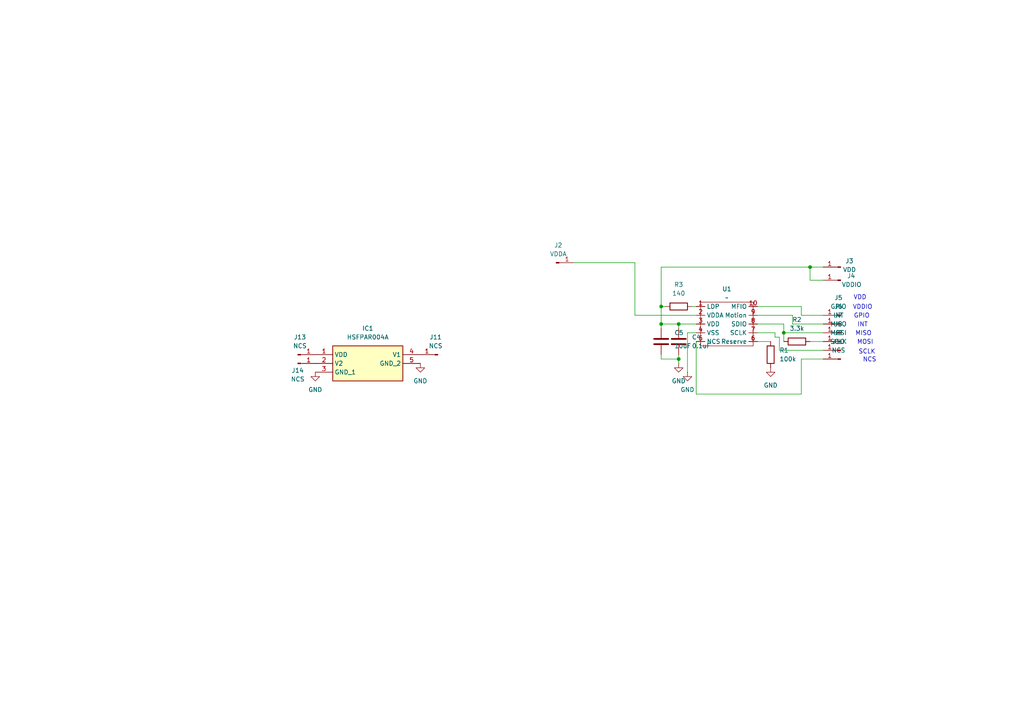
<source format=kicad_sch>
(kicad_sch (version 20231120) (generator "eeschema") (generator_version "8.0")
  (paper "A4")
  (lib_symbols
    (symbol "Connector:Conn_01x01_Pin" (pin_names (offset 1.016) hide)
      (property "Reference" "J" (at 0 2.54 0))
      (property "Value" "Conn_01x01_Pin" (at 0 -2.54 0))
      (symbol "Conn_01x01_Pin_1_1"
        (polyline (pts (xy 1.27 0) (xy 0.8636 0)) (stroke (width 0.1524)))
        (rectangle (start 0.8636 0.127) (end 0 -0.127) (stroke (width 0.1524)) (fill (type outline)))
        (pin passive line (at 5.08 0 180) (length 3.81) (name "Pin_1") (number "1"))
      )
    )
    (symbol "Device:C" (pin_numbers hide) (pin_names (offset 0.254))
      (property "Reference" "C" (at 0.635 2.54 0))
      (property "Value" "C" (at 0.635 -2.54 0))
      (symbol "C_0_1"
        (polyline (pts (xy -2.032 -0.762) (xy 2.032 -0.762)) (stroke (width 0.508)))
        (polyline (pts (xy -2.032 0.762) (xy 2.032 0.762)) (stroke (width 0.508)))
      )
      (symbol "C_1_1"
        (pin passive line (at 0 3.81 270) (length 2.794) (name "~") (number "1"))
        (pin passive line (at 0 -3.81 90) (length 2.794) (name "~") (number "2"))
      )
    )
    (symbol "Device:R" (pin_numbers hide) (pin_names (offset 0))
      (property "Reference" "R" (at 2.032 0 90))
      (property "Value" "R" (at 0 0 90))
      (symbol "R_0_1"
        (rectangle (start -1.016 -2.54) (end 1.016 2.54) (stroke (width 0.254)))
      )
      (symbol "R_1_1"
        (pin passive line (at 0 3.81 270) (length 1.27) (name "~") (number "1"))
        (pin passive line (at 0 -3.81 90) (length 1.27) (name "~") (number "2"))
      )
    )
    (symbol "New_Library:HSFPAR004A"
      (property "Reference" "IC" (at 26.67 7.62 0))
      (property "Value" "HSFPAR004A" (at 26.67 5.08 0))
      (symbol "HSFPAR004A_1_1"
        (rectangle (start 5.08 2.54) (end 25.4 -7.62) (stroke (width 0.254)) (fill (type background)))
        (pin passive line (at 0 0 0) (length 5.08) (name "VDD") (number "1"))
        (pin passive line (at 0 -2.54 0) (length 5.08) (name "V2") (number "2"))
        (pin passive line (at 0 -5.08 0) (length 5.08) (name "GND_1") (number "3"))
        (pin passive line (at 30.48 0 180) (length 5.08) (name "V1") (number "4"))
        (pin passive line (at 30.48 -2.54 180) (length 5.08) (name "GND_2") (number "5"))
      )
    )
    (symbol "New_Library:Optical_Sensor"
      (property "Reference" "U" (at 0 0 0))
      (symbol "Optical_Sensor_0_1"
        (polyline (pts (xy -35.56 19.05) (xy -20.32 19.05) (xy -20.32 6.35) (xy -35.56 6.35) (xy -35.56 7.62) (xy -35.56 19.05)))
      )
      (symbol "Optical_Sensor_1_1"
        (pin input line (at -36.83 17.78 0) (length 2.54) (name "LDP") (number "1"))
        (pin input line (at -19.05 17.78 180) (length 2.54) (name "MFIO") (number "10"))
        (pin input line (at -36.83 15.24 0) (length 2.54) (name "VDDA") (number "2"))
        (pin input line (at -36.83 12.7 0) (length 2.54) (name "VDD") (number "3"))
        (pin input line (at -36.83 10.16 0) (length 2.54) (name "VSS") (number "4"))
        (pin input line (at -36.83 7.62 0) (length 2.54) (name "NCS") (number "5"))
        (pin input line (at -19.05 7.62 180) (length 2.54) (name "Reserve") (number "6"))
        (pin input line (at -19.05 10.16 180) (length 2.54) (name "SCLK") (number "7"))
        (pin input line (at -19.05 12.7 180) (length 2.54) (name "SDIO") (number "8"))
        (pin output line (at -19.05 15.24 180) (length 2.54) (name "Motion") (number "9"))
      )
    )
    (symbol "power:GND" (power) (pin_numbers hide) (pin_names (offset 0) hide)
      (property "Value" "GND" (at 0 -3.81 0))
      (symbol "GND_0_1"
        (polyline (pts (xy 0 0) (xy 0 -1.27) (xy 1.27 -1.27) (xy 0 -2.54) (xy -1.27 -1.27) (xy 0 -1.27)))
      )
      (symbol "GND_1_1"
        (pin power_in line (at 0 0 270) (length 0) (name "~") (number "1"))
      )
    )
  )
  (junction (at 234.95 77.47))
  (junction (at 196.85 93.98))
  (junction (at 191.77 88.9))
  (junction (at 191.77 93.98))
  (junction (at 196.85 104.14))
  (junction (at 227.33 96.52))
  (wire (pts (xy 234.95 77.47) (xy 191.77 77.47)))
  (wire (pts (xy 184.15 91.44) (xy 184.15 76.2)))
  (wire (pts (xy 232.41 104.14) (xy 238.76 104.14)))
  (wire (pts (xy 227.33 96.52) (xy 227.33 99.06)))
  (wire (pts (xy 238.76 99.06) (xy 234.95 99.06)))
  (wire (pts (xy 196.85 104.14) (xy 196.85 102.87)))
  (wire (pts (xy 196.85 93.98) (xy 191.77 93.98)))
  (wire (pts (xy 227.33 96.52) (xy 238.76 96.52)))
  (wire (pts (xy 191.77 104.14) (xy 196.85 104.14)))
  (wire (pts (xy 191.77 88.9) (xy 193.04 88.9)))
  (wire (pts (xy 232.41 91.44) (xy 238.76 91.44)))
  (wire (pts (xy 196.85 104.14) (xy 196.85 105.41)))
  (wire (pts (xy 219.71 96.52) (xy 224.79 96.52)))
  (wire (pts (xy 238.76 101.6) (xy 226.06 101.6)))
  (wire (pts (xy 219.71 91.44) (xy 229.87 91.44)))
  (wire (pts (xy 199.39 96.52) (xy 199.39 107.95)))
  (wire (pts (xy 201.93 114.3) (xy 232.41 114.3)))
  (wire (pts (xy 184.15 76.2) (xy 166.37 76.2)))
  (wire (pts (xy 227.33 93.98) (xy 227.33 96.52)))
  (wire (pts (xy 191.77 93.98) (xy 191.77 88.9)))
  (wire (pts (xy 229.87 93.98) (xy 238.76 93.98)))
  (wire (pts (xy 201.93 93.98) (xy 196.85 93.98)))
  (wire (pts (xy 219.71 93.98) (xy 227.33 93.98)))
  (wire (pts (xy 201.93 99.06) (xy 201.93 114.3)))
  (wire (pts (xy 234.95 77.47) (xy 234.95 81.28)))
  (wire (pts (xy 191.77 104.14) (xy 191.77 102.87)))
  (wire (pts (xy 226.06 101.6) (xy 226.06 97.79)))
  (wire (pts (xy 232.41 88.9) (xy 219.71 88.9)))
  (wire (pts (xy 200.66 88.9) (xy 201.93 88.9)))
  (wire (pts (xy 196.85 93.98) (xy 196.85 95.25)))
  (wire (pts (xy 191.77 77.47) (xy 191.77 88.9)))
  (wire (pts (xy 232.41 91.44) (xy 232.41 88.9)))
  (wire (pts (xy 226.06 97.79) (xy 224.79 97.79)))
  (wire (pts (xy 219.71 99.06) (xy 223.52 99.06)))
  (wire (pts (xy 191.77 93.98) (xy 191.77 95.25)))
  (wire (pts (xy 201.93 96.52) (xy 199.39 96.52)))
  (wire (pts (xy 224.79 97.79) (xy 224.79 96.52)))
  (wire (pts (xy 229.87 91.44) (xy 229.87 93.98)))
  (wire (pts (xy 238.76 77.47) (xy 234.95 77.47)))
  (wire (pts (xy 201.93 91.44) (xy 184.15 91.44)))
  (wire (pts (xy 232.41 114.3) (xy 232.41 104.14)))
  (wire (pts (xy 234.95 81.28) (xy 238.76 81.28)))
  (text "SCLK" (at 251.46 102.108 0) (effects (font (size 1.27 1.27))))
  (text "MISO" (at 250.444 96.774 0) (effects (font (size 1.27 1.27))))
  (text "INT" (at 250.19 94.234 0) (effects (font (size 1.27 1.27))))
  (text "VDD" (at 249.428 86.36 0) (effects (font (size 1.27 1.27))))
  (text "MOSI" (at 250.952 99.314 0) (effects (font (size 1.27 1.27))))
  (text "NCS" (at 252.222 104.394 0) (effects (font (size 1.27 1.27))))
  (text "VDDIO\n" (at 250.19 89.154 0) (effects (font (size 1.27 1.27))))
  (text "GPIO" (at 249.936 91.694 0) (effects (font (size 1.27 1.27))))
  (symbol (lib_id "Connector:Conn_01x01_Pin") (at 243.84 81.28 180) (unit 1)
    (property "Reference" "J4" (at 246.888 80.01 0))
    (property "Value" "VDDIO" (at 247.015 82.55 0))
    (property "Footprint" "Connector_PinHeader_1.00mm:PinHeader_1x01_P1.00mm_Vertical" (effects (hide yes)))
    (property "Description" "Generic connector, single row, 01x01, script generated" (effects (hide yes)))
  )
  (symbol (lib_id "New_Library:HSFPAR004A") (at 91.44 102.87 0) (unit 1)
    (property "Reference" "IC1" (at 106.68 95.25 0))
    (property "Value" "HSFPAR004A" (at 106.68 97.79 0))
    (property "Footprint" "Library:HSFPAR004A" (effects (hide yes)))
    (property "Description" "Resistive Force Sensor 0.82kgf (1.8lbs)" (effects (hide yes)))
    (property "Height" "0.66" (effects (hide yes)))
    (property "Mouser Part Number" "688-HSFPAR004A" (effects (hide yes)))
    (property "Mouser Price/Stock" "https://www.mouser.co.uk/ProductDetail/Alps-Alpine/HSFPAR004A?qs=XeJtXLiO41SKORml6bvmQg%3D%3D" (effects (hide yes)))
    (property "Manufacturer_Name" "ALPS Electric" (effects (hide yes)))
    (property "Manufacturer_Part_Number" "HSFPAR004A" (effects (hide yes)))
  )
  (symbol (lib_id "Connector:Conn_01x01_Pin") (at 243.84 101.6 180) (unit 1)
    (property "Reference" "J9" (at 243.205 96.52 0))
    (property "Value" "SCLK" (at 243.205 99.06 0))
    (property "Footprint" "Connector_PinHeader_1.00mm:PinHeader_1x01_P1.00mm_Vertical" (effects (hide yes)))
    (property "Description" "Generic connector, single row, 01x01, script generated" (effects (hide yes)))
  )
  (symbol (lib_id "New_Library:Optical_Sensor") (at 238.76 106.68 0) (unit 1)
    (property "Reference" "U1" (at 210.82 83.82 0))
    (property "Value" "~" (at 210.82 86.36 0))
    (property "Footprint" "Library:Optical_Sensor" (effects (hide yes)))
  )
  (symbol (lib_id "Connector:Conn_01x01_Pin") (at 86.36 102.87 0) (unit 1)
    (property "Reference" "J13" (at 86.995 97.79 0))
    (property "Value" "NCS" (at 86.995 100.33 0))
    (property "Footprint" "Connector_PinHeader_1.00mm:PinHeader_1x01_P1.00mm_Vertical" (effects (hide yes)))
    (property "Description" "Generic connector, single row, 01x01, script generated" (effects (hide yes)))
  )
  (symbol (lib_id "Device:C") (at 191.77 99.06 0) (unit 1)
    (property "Reference" "C5" (at 195.58 96.5199 0) (effects (justify left)))
    (property "Value" "10uF" (at 195.58 100.3299 0) (effects (justify left)))
    (property "Footprint" "Library:CAP_CL21_SAM" (effects (hide yes)))
    (property "Description" "Unpolarized capacitor" (effects (hide yes)))
  )
  (symbol (lib_id "Connector:Conn_01x01_Pin") (at 243.84 91.44 180) (unit 1)
    (property "Reference" "J5" (at 243.205 86.36 0))
    (property "Value" "GPIO" (at 243.205 88.9 0))
    (property "Footprint" "Connector_PinHeader_1.00mm:PinHeader_1x01_P1.00mm_Vertical" (effects (hide yes)))
    (property "Description" "Generic connector, single row, 01x01, script generated" (effects (hide yes)))
  )
  (symbol (lib_id "Connector:Conn_01x01_Pin") (at 243.84 99.06 180) (unit 1)
    (property "Reference" "J8" (at 243.205 93.98 0))
    (property "Value" "MOSI" (at 243.205 96.52 0))
    (property "Footprint" "Connector_PinHeader_1.00mm:PinHeader_1x01_P1.00mm_Vertical" (effects (hide yes)))
    (property "Description" "Generic connector, single row, 01x01, script generated" (effects (hide yes)))
  )
  (symbol (lib_id "Connector:Conn_01x01_Pin") (at 243.84 96.52 180) (unit 1)
    (property "Reference" "J7" (at 243.205 91.44 0))
    (property "Value" "MISO" (at 243.205 93.98 0))
    (property "Footprint" "Connector_PinHeader_1.00mm:PinHeader_1x01_P1.00mm_Vertical" (effects (hide yes)))
    (property "Description" "Generic connector, single row, 01x01, script generated" (effects (hide yes)))
  )
  (symbol (lib_id "power:GND") (at 199.39 107.95 0) (unit 1)
    (property "Reference" "#PWR06" (effects (hide yes)))
    (property "Value" "GND" (at 199.39 113.03 0))
    (property "Description" "Power symbol creates a global label with name \"GND\" , ground" (effects (hide yes)))
  )
  (symbol (lib_id "Device:C") (at 196.85 99.06 0) (unit 1)
    (property "Reference" "C4" (at 200.66 97.7899 0) (effects (justify left)))
    (property "Value" "0.1uF" (at 200.66 100.3299 0) (effects (justify left)))
    (property "Footprint" "Library:CAP_CL05_SAM" (effects (hide yes)))
    (property "Description" "Unpolarized capacitor" (effects (hide yes)))
  )
  (symbol (lib_id "Device:R") (at 223.52 102.87 0) (unit 1)
    (property "Reference" "R1" (at 226.06 101.5999 0) (effects (justify left)))
    (property "Value" "100k" (at 226.06 104.1399 0) (effects (justify left)))
    (property "Footprint" "Library:RC0603N_PAN" (effects (hide yes)))
    (property "Description" "Resistor" (effects (hide yes)))
  )
  (symbol (lib_id "Connector:Conn_01x01_Pin") (at 243.84 93.98 180) (unit 1)
    (property "Reference" "J6" (at 243.205 88.9 0))
    (property "Value" "INT" (at 243.205 91.44 0))
    (property "Footprint" "Connector_PinHeader_1.00mm:PinHeader_1x01_P1.00mm_Vertical" (effects (hide yes)))
    (property "Description" "Generic connector, single row, 01x01, script generated" (effects (hide yes)))
  )
  (symbol (lib_id "power:GND") (at 223.52 106.68 0) (unit 1)
    (property "Reference" "#PWR01" (effects (hide yes)))
    (property "Value" "GND" (at 223.52 111.76 0))
    (property "Description" "Power symbol creates a global label with name \"GND\" , ground" (effects (hide yes)))
  )
  (symbol (lib_id "Connector:Conn_01x01_Pin") (at 86.36 105.41 0) (unit 1)
    (property "Reference" "J14" (at 86.36 107.442 0))
    (property "Value" "NCS" (at 86.36 109.982 0))
    (property "Footprint" "Connector_PinHeader_1.00mm:PinHeader_1x01_P1.00mm_Vertical" (effects (hide yes)))
    (property "Description" "Generic connector, single row, 01x01, script generated" (effects (hide yes)))
  )
  (symbol (lib_id "Device:R") (at 231.14 99.06 270) (unit 1)
    (property "Reference" "R2" (at 231.14 92.71 90))
    (property "Value" "3.3k" (at 231.14 95.25 90))
    (property "Footprint" "Library:RC0603N_PAN" (effects (hide yes)))
    (property "Description" "Resistor" (effects (hide yes)))
  )
  (symbol (lib_id "Connector:Conn_01x01_Pin") (at 127 102.87 180) (unit 1)
    (property "Reference" "J11" (at 126.365 97.79 0))
    (property "Value" "NCS" (at 126.365 100.33 0))
    (property "Footprint" "Connector_PinHeader_1.00mm:PinHeader_1x01_P1.00mm_Vertical" (effects (hide yes)))
    (property "Description" "Generic connector, single row, 01x01, script generated" (effects (hide yes)))
  )
  (symbol (lib_id "power:GND") (at 121.92 105.41 0) (unit 1)
    (property "Reference" "#PWR03" (effects (hide yes)))
    (property "Value" "GND" (at 121.92 110.49 0))
    (property "Description" "Power symbol creates a global label with name \"GND\" , ground" (effects (hide yes)))
  )
  (symbol (lib_id "Device:R") (at 196.85 88.9 270) (unit 1)
    (property "Reference" "R3" (at 196.85 82.55 90))
    (property "Value" "140" (at 196.85 85.09 90))
    (property "Footprint" "Library:RC0603N_PAN" (effects (hide yes)))
    (property "Description" "Resistor" (effects (hide yes)))
  )
  (symbol (lib_id "Connector:Conn_01x01_Pin") (at 161.29 76.2 0) (unit 1)
    (property "Reference" "J2" (at 161.925 71.12 0))
    (property "Value" "VDDA" (at 161.925 73.66 0))
    (property "Footprint" "Connector_PinHeader_1.00mm:PinHeader_1x01_P1.00mm_Vertical" (effects (hide yes)))
    (property "Description" "Generic connector, single row, 01x01, script generated" (effects (hide yes)))
  )
  (symbol (lib_id "Connector:Conn_01x01_Pin") (at 243.84 104.14 180) (unit 1)
    (property "Reference" "J10" (at 243.205 99.06 0))
    (property "Value" "NCS" (at 243.205 101.6 0))
    (property "Footprint" "Connector_PinHeader_1.00mm:PinHeader_1x01_P1.00mm_Vertical" (effects (hide yes)))
    (property "Description" "Generic connector, single row, 01x01, script generated" (effects (hide yes)))
  )
  (symbol (lib_id "power:GND") (at 91.44 107.95 0) (unit 1)
    (property "Reference" "#PWR02" (effects (hide yes)))
    (property "Value" "GND" (at 91.44 113.03 0))
    (property "Description" "Power symbol creates a global label with name \"GND\" , ground" (effects (hide yes)))
  )
  (symbol (lib_id "power:GND") (at 196.85 105.41 0) (unit 1)
    (property "Reference" "#PWR07" (effects (hide yes)))
    (property "Value" "GND" (at 196.85 110.49 0))
    (property "Description" "Power symbol creates a global label with name \"GND\" , ground" (effects (hide yes)))
  )
  (symbol (lib_id "Connector:Conn_01x01_Pin") (at 243.84 77.47 180) (unit 1)
    (property "Reference" "J3" (at 246.38 75.692 0))
    (property "Value" "VDD" (at 246.38 78.232 0))
    (property "Footprint" "Connector_PinHeader_1.00mm:PinHeader_1x01_P1.00mm_Vertical" (effects (hide yes)))
    (property "Description" "Generic connector, single row, 01x01, script generated" (effects (hide yes)))
  )
)
</source>
